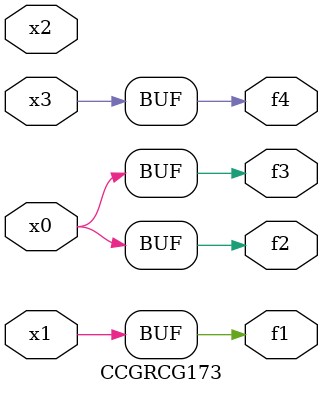
<source format=v>
module CCGRCG173(
	input x0, x1, x2, x3,
	output f1, f2, f3, f4
);
	assign f1 = x1;
	assign f2 = x0;
	assign f3 = x0;
	assign f4 = x3;
endmodule

</source>
